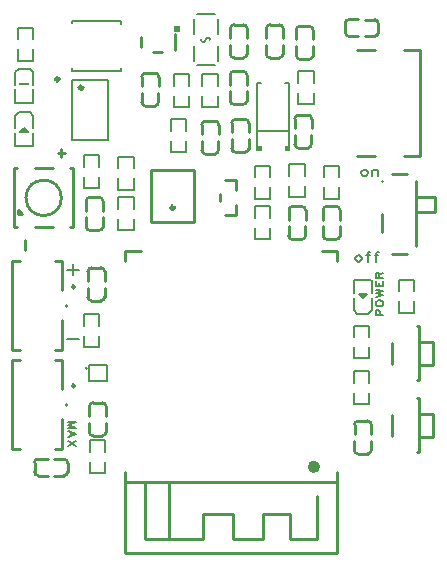
<source format=gto>
G04 Layer: TopSilkscreenLayer*
G04 EasyEDA Pro v2.2.32.3, 2024-12-21 19:23:06*
G04 Gerber Generator version 0.3*
G04 Scale: 100 percent, Rotated: No, Reflected: No*
G04 Dimensions in millimeters*
G04 Leading zeros omitted, absolute positions, 3 integers and 5 decimals*
%FSLAX35Y35*%
%MOMM*%
%ADD10C,0.203*%
%ADD11C,0.1524*%
%ADD12C,0.254*%
%ADD13C,0.15001*%
%ADD14C,0.15199*%
%ADD15C,0.3052*%
%ADD16C,0.3*%
%ADD17C,0.60508*%
G75*


G04 Text Start*
G54D10*
G01X4315460Y-5970524D02*
G01X4416552Y-5970524D01*
G01X4366006Y-5335778D02*
G01X4366006Y-5436870D01*
G01X4315460Y-5386324D02*
G01X4416552Y-5386324D01*
G01X6774180Y-5264150D02*
G01X6766052Y-5268214D01*
G01X6757924Y-5276342D01*
G01X6753860Y-5288534D01*
G01X6753860Y-5296662D01*
G01X6757924Y-5308600D01*
G01X6766052Y-5316728D01*
G01X6774180Y-5320792D01*
G01X6786372Y-5320792D01*
G01X6794500Y-5316728D01*
G01X6802374Y-5308600D01*
G01X6806438Y-5296662D01*
G01X6806438Y-5288534D01*
G01X6802374Y-5276342D01*
G01X6794500Y-5268214D01*
G01X6786372Y-5264150D01*
G01X6774180Y-5264150D01*
G01X6878574Y-5235702D02*
G01X6870446Y-5235702D01*
G01X6862318Y-5239766D01*
G01X6858254Y-5251958D01*
G01X6858254Y-5320792D01*
G01X6846316Y-5264150D02*
G01X6874510Y-5264150D01*
G01X6950710Y-5235702D02*
G01X6942582Y-5235702D01*
G01X6934454Y-5239766D01*
G01X6930390Y-5251958D01*
G01X6930390Y-5320792D01*
G01X6918452Y-5264150D02*
G01X6946646Y-5264150D01*
G01X6824980Y-4540250D02*
G01X6816852Y-4544314D01*
G01X6808724Y-4552442D01*
G01X6804660Y-4564634D01*
G01X6804660Y-4572762D01*
G01X6808724Y-4584700D01*
G01X6816852Y-4592828D01*
G01X6824980Y-4596892D01*
G01X6837172Y-4596892D01*
G01X6845300Y-4592828D01*
G01X6853174Y-4584700D01*
G01X6857238Y-4572762D01*
G01X6857238Y-4564634D01*
G01X6853174Y-4552442D01*
G01X6845300Y-4544314D01*
G01X6837172Y-4540250D01*
G01X6824980Y-4540250D01*
G01X6897116Y-4540250D02*
G01X6897116Y-4596892D01*
G01X6897116Y-4556506D02*
G01X6909054Y-4544314D01*
G01X6917182Y-4540250D01*
G01X6929374Y-4540250D01*
G01X6937502Y-4544314D01*
G01X6941566Y-4556506D01*
G01X6941566Y-4596892D01*
G54D11*
G01X4386834Y-6675120D02*
G01X4321810Y-6675120D01*
G01X4386834Y-6675120D02*
G01X4321810Y-6700012D01*
G01X4386834Y-6724650D02*
G01X4321810Y-6700012D01*
G01X4386834Y-6724650D02*
G01X4321810Y-6724650D01*
G01X4386834Y-6779514D02*
G01X4321810Y-6754876D01*
G01X4386834Y-6779514D02*
G01X4321810Y-6804406D01*
G01X4343654Y-6764020D02*
G01X4343654Y-6795008D01*
G01X4386834Y-6834632D02*
G01X4321810Y-6877812D01*
G01X4386834Y-6877812D02*
G01X4321810Y-6834632D01*
G01X6925645Y-5770880D02*
G01X6990669Y-5770880D01*
G01X6925645Y-5770880D02*
G01X6925645Y-5742940D01*
G01X6928693Y-5733796D01*
G01X6931741Y-5730748D01*
G01X6938091Y-5727446D01*
G01X6947235Y-5727446D01*
G01X6953331Y-5730748D01*
G01X6956633Y-5733796D01*
G01X6959681Y-5742940D01*
G01X6959681Y-5770880D01*
G01X6925645Y-5678678D02*
G01X6928693Y-5685028D01*
G01X6934789Y-5691124D01*
G01X6941139Y-5694172D01*
G01X6950283Y-5697220D01*
G01X6965777Y-5697220D01*
G01X6975175Y-5694172D01*
G01X6981271Y-5691124D01*
G01X6987621Y-5685028D01*
G01X6990669Y-5678678D01*
G01X6990669Y-5666486D01*
G01X6987621Y-5660136D01*
G01X6981271Y-5654040D01*
G01X6975175Y-5650992D01*
G01X6965777Y-5647690D01*
G01X6950283Y-5647690D01*
G01X6941139Y-5650992D01*
G01X6934789Y-5654040D01*
G01X6928693Y-5660136D01*
G01X6925645Y-5666486D01*
G01X6925645Y-5678678D01*
G01X6925645Y-5617464D02*
G01X6990669Y-5602224D01*
G01X6925645Y-5586730D02*
G01X6990669Y-5602224D01*
G01X6925645Y-5586730D02*
G01X6990669Y-5571236D01*
G01X6925645Y-5555742D02*
G01X6990669Y-5571236D01*
G01X6925645Y-5525516D02*
G01X6990669Y-5525516D01*
G01X6925645Y-5525516D02*
G01X6925645Y-5485384D01*
G01X6956633Y-5525516D02*
G01X6956633Y-5500878D01*
G01X6990669Y-5525516D02*
G01X6990669Y-5485384D01*
G01X6925645Y-5455158D02*
G01X6990669Y-5455158D01*
G01X6925645Y-5455158D02*
G01X6925645Y-5427472D01*
G01X6928693Y-5418074D01*
G01X6931741Y-5415026D01*
G01X6938091Y-5411978D01*
G01X6944187Y-5411978D01*
G01X6950283Y-5415026D01*
G01X6953331Y-5418074D01*
G01X6956633Y-5427472D01*
G01X6956633Y-5455158D01*
G01X6956633Y-5433568D02*
G01X6990669Y-5411978D01*
G04 Text End*

G04 PolygonModel Start*
G54D12*
G01X4506623Y-4775898D02*
G01X4586625Y-4775898D01*
G01X4475637Y-4886874D02*
G01X4475637Y-4806876D01*
G01X4617603Y-4886874D02*
G01X4617603Y-4806876D01*
G01X4475056Y-4944463D02*
G01X4475056Y-5024463D01*
G01X4506039Y-5055446D02*
G01X4586036Y-5055446D01*
G01X4617016Y-4944463D02*
G01X4617016Y-5024463D01*
G01X4506039Y-5055451D02*
G02X4475056Y-5024468I0J30983D01*
G01X4617022Y-5024468D02*
G02X4586036Y-5055451I-30983J0D01*
G01X4475637Y-4806881D02*
G02X4506623Y-4775898I30983J0D01*
G01X4586620Y-4775898D02*
G02X4617603Y-4806881I0J-30983D01*
G01X5484523Y-4128198D02*
G01X5564525Y-4128198D01*
G01X5453537Y-4239174D02*
G01X5453537Y-4159176D01*
G01X5595503Y-4239174D02*
G01X5595503Y-4159176D01*
G01X5452956Y-4296763D02*
G01X5452956Y-4376763D01*
G01X5483939Y-4407746D02*
G01X5563936Y-4407746D01*
G01X5594916Y-4296763D02*
G01X5594916Y-4376763D01*
G01X5483939Y-4407751D02*
G02X5452956Y-4376768I0J30983D01*
G01X5594922Y-4376768D02*
G02X5563936Y-4407751I-30983J0D01*
G01X5453537Y-4159181D02*
G02X5484523Y-4128198I30983J0D01*
G01X5564520Y-4128198D02*
G02X5595503Y-4159181I0J-30983D01*
G54D13*
G01X3917348Y-4225742D02*
G01X3917348Y-4224746D01*
G01X3917348Y-4224746D02*
G01X3950353Y-4191742D01*
G01X3985351Y-4225742D02*
G01X3984353Y-4225742D01*
G01X3984353Y-4225742D02*
G01X3950353Y-4191742D01*
G01X3985351Y-4225742D02*
G01X3917348Y-4225742D01*
G01X4025359Y-4227746D02*
G01X4025359Y-4342747D01*
G01X3875347Y-4227746D02*
G01X3875347Y-4342747D01*
G01X4025349Y-4342747D02*
G01X3877356Y-4342747D01*
G01X3875115Y-4189745D02*
G01X3875115Y-4084734D01*
G01X3915123Y-4054739D02*
G01X3905120Y-4054739D01*
G01X3905120Y-4054739D02*
G01X3875115Y-4084734D01*
G01X3985118Y-4054739D02*
G01X3915123Y-4054739D01*
G01X3985118Y-4054739D02*
G01X3995133Y-4054739D01*
G01X3995133Y-4054739D02*
G01X4025128Y-4084734D01*
G01X4025128Y-4189745D02*
G01X4025128Y-4084734D01*
G01X3950353Y-4225742D02*
G01X3950353Y-4191742D01*
G54D11*
G01X4879360Y-4872279D02*
G01X4879360Y-4776391D01*
G01X4879360Y-4776391D02*
G01X4747240Y-4776391D01*
G01X4747240Y-4776391D02*
G01X4747240Y-4872279D01*
G01X4879360Y-4957521D02*
G01X4879360Y-5053409D01*
G01X4879360Y-5053409D02*
G01X4747240Y-5053409D01*
G01X4747240Y-5053409D02*
G01X4747240Y-4957521D01*
G01X3896340Y-3522421D02*
G01X3896340Y-3618309D01*
G01X3896340Y-3618309D02*
G01X4028460Y-3618309D01*
G01X4028460Y-3618309D02*
G01X4028460Y-3522421D01*
G01X3896340Y-3437179D02*
G01X3896340Y-3341291D01*
G01X3896340Y-3341291D02*
G01X4028460Y-3341291D01*
G01X4028460Y-3341291D02*
G01X4028460Y-3437179D01*
G01X4587260Y-4516679D02*
G01X4587260Y-4420791D01*
G01X4587260Y-4420791D02*
G01X4455140Y-4420791D01*
G01X4455140Y-4420791D02*
G01X4455140Y-4516679D01*
G01X4587260Y-4601921D02*
G01X4587260Y-4697809D01*
G01X4587260Y-4697809D02*
G01X4455140Y-4697809D01*
G01X4455140Y-4697809D02*
G01X4455140Y-4601921D01*
G54D13*
G01X4025356Y-3859444D02*
G01X4025356Y-3974450D01*
G01X3875344Y-3859444D02*
G01X3875344Y-3974450D01*
G01X4025351Y-3974450D02*
G01X3877353Y-3974450D01*
G01X3875115Y-3821443D02*
G01X3875115Y-3716431D01*
G01X3915126Y-3686437D02*
G01X3905123Y-3686437D01*
G01X3905123Y-3686437D02*
G01X3875115Y-3716431D01*
G01X3985118Y-3686437D02*
G01X3915126Y-3686437D01*
G01X3985118Y-3686437D02*
G01X3995133Y-3686437D01*
G01X3995133Y-3686437D02*
G01X4025128Y-3716431D01*
G01X4025128Y-3821443D02*
G01X4025128Y-3716431D01*
G36*
G01X3989697Y-3805410D02*
G01X3909698Y-3805410D01*
G01X3909698Y-3825405D01*
G01X3989697Y-3825405D01*
G01X3989697Y-3805410D01*
G37*
G54D12*
G01X3917892Y-6064608D02*
G01X3848105Y-6064608D01*
G01X3848105Y-6064608D02*
G01X3848105Y-5314607D01*
G01X3917887Y-5314607D02*
G01X3848105Y-5314607D01*
G01X4214119Y-6064608D02*
G01X4271007Y-6064608D01*
G01X4271005Y-5314607D02*
G01X4214114Y-5314607D01*
G01X4271007Y-5816605D02*
G01X4271007Y-6064606D01*
G01X4271005Y-5314607D02*
G01X4271005Y-5562605D01*
G01X4303301Y-5685234D02*
G01X4303301Y-5693994D01*
G54D11*
G01X4356359Y-3785979D02*
G01X4660641Y-3785979D01*
G01X4660641Y-3785979D02*
G01X4660641Y-4291221D01*
G01X4660641Y-4291221D02*
G01X4356359Y-4291221D01*
G01X4356359Y-4291221D02*
G01X4356359Y-3785979D01*
G54D12*
G01X4976523Y-3721798D02*
G01X5056525Y-3721798D01*
G01X4945537Y-3832774D02*
G01X4945537Y-3752776D01*
G01X5087503Y-3832774D02*
G01X5087503Y-3752776D01*
G01X4944956Y-3890363D02*
G01X4944956Y-3970363D01*
G01X4975939Y-4001346D02*
G01X5055936Y-4001346D01*
G01X5086916Y-3890363D02*
G01X5086916Y-3970363D01*
G01X4975939Y-4001351D02*
G02X4944956Y-3970368I0J30983D01*
G01X5086922Y-3970368D02*
G02X5055936Y-4001351I-30983J0D01*
G01X4945537Y-3752781D02*
G02X4976523Y-3721798I30983J0D01*
G01X5056520Y-3721798D02*
G02X5087503Y-3752781I0J-30983D01*
G01X6110577Y-3593401D02*
G01X6030575Y-3593401D01*
G01X6141563Y-3482426D02*
G01X6141563Y-3562424D01*
G01X5999597Y-3482426D02*
G01X5999597Y-3562424D01*
G01X6142144Y-3424837D02*
G01X6142144Y-3344837D01*
G01X6111161Y-3313854D02*
G01X6031164Y-3313854D01*
G01X6000184Y-3424837D02*
G01X6000184Y-3344837D01*
G01X6111161Y-3313849D02*
G02X6142144Y-3344832I0J-30983D01*
G01X6000179Y-3344832D02*
G02X6031164Y-3313849I30983J0D01*
G01X6141563Y-3562419D02*
G02X6110577Y-3593401I-30983J0D01*
G01X6030580Y-3593401D02*
G02X5999597Y-3562419I0J30983D01*
G01X6364577Y-3606101D02*
G01X6284575Y-3606101D01*
G01X6395563Y-3495126D02*
G01X6395563Y-3575124D01*
G01X6253597Y-3495126D02*
G01X6253597Y-3575124D01*
G01X6396144Y-3437537D02*
G01X6396144Y-3357537D01*
G01X6365161Y-3326554D02*
G01X6285164Y-3326554D01*
G01X6254184Y-3437537D02*
G01X6254184Y-3357537D01*
G01X6365161Y-3326549D02*
G02X6396144Y-3357532I0J-30983D01*
G01X6254179Y-3357532D02*
G02X6285164Y-3326549I30983J0D01*
G01X6395563Y-3575119D02*
G02X6364577Y-3606101I-30983J0D01*
G01X6284580Y-3606101D02*
G02X6253597Y-3575119I0J30983D01*
G01X5725823Y-3709098D02*
G01X5805825Y-3709098D01*
G01X5694837Y-3820074D02*
G01X5694837Y-3740076D01*
G01X5836803Y-3820074D02*
G01X5836803Y-3740076D01*
G01X5694256Y-3877663D02*
G01X5694256Y-3957663D01*
G01X5725239Y-3988646D02*
G01X5805236Y-3988646D01*
G01X5836216Y-3877663D02*
G01X5836216Y-3957663D01*
G01X5725239Y-3988651D02*
G02X5694256Y-3957668I0J30983D01*
G01X5836222Y-3957668D02*
G02X5805236Y-3988651I-30983J0D01*
G01X5694837Y-3740081D02*
G02X5725823Y-3709098I30983J0D01*
G01X5805820Y-3709098D02*
G02X5836803Y-3740081I0J-30983D01*
G01X6668199Y-3380077D02*
G01X6668199Y-3300075D01*
G01X6779174Y-3411063D02*
G01X6699176Y-3411063D01*
G01X6779174Y-3269097D02*
G01X6699176Y-3269097D01*
G01X6836763Y-3411644D02*
G01X6916763Y-3411644D01*
G01X6947746Y-3380661D02*
G01X6947746Y-3300664D01*
G01X6836763Y-3269684D02*
G01X6916763Y-3269684D01*
G01X6947751Y-3380661D02*
G02X6916768Y-3411644I-30983J0D01*
G01X6916768Y-3269678D02*
G02X6947751Y-3300664I0J-30983D01*
G01X6699181Y-3411063D02*
G02X6668199Y-3380077I0J30983D01*
G01X6668199Y-3300080D02*
G02X6699181Y-3269097I30983J0D01*
G54D14*
G01X5410200Y-3657600D02*
G01X5562600Y-3657600D01*
G01X5410200Y-3225800D02*
G01X5562600Y-3225800D01*
G54D11*
G01X5384800Y-3263900D02*
G01X5384800Y-3390900D01*
G01X5384800Y-3619500D02*
G01X5384800Y-3496160D01*
G01X5588000Y-3492500D02*
G01X5588000Y-3619500D01*
G01X5588000Y-3390900D02*
G01X5588000Y-3263900D01*
G54D14*
G01X5486400Y-3441700D02*
G02X5524500Y-3441700I19050J0D01*
G01X5486400Y-3441700D02*
G02X5448300Y-3441700I-19050J0D01*
G54D13*
G01X4766300Y-3303501D02*
G01X4766300Y-3282881D01*
G01X4766300Y-3282881D02*
G01X4351056Y-3282881D01*
G01X4351056Y-3282881D02*
G01X4351299Y-3302500D01*
G01X4352300Y-3682500D02*
G01X4352290Y-3702050D01*
G01X4352290Y-3702050D02*
G01X4767580Y-3702050D01*
G01X4767580Y-3702050D02*
G01X4767301Y-3680501D01*
G54D11*
G01X5217140Y-3916121D02*
G01X5217140Y-4012009D01*
G01X5217140Y-4012009D02*
G01X5349260Y-4012009D01*
G01X5349260Y-4012009D02*
G01X5349260Y-3916121D01*
G01X5217140Y-3830879D02*
G01X5217140Y-3734991D01*
G01X5217140Y-3734991D02*
G01X5349260Y-3734991D01*
G01X5349260Y-3734991D02*
G01X5349260Y-3830879D01*
G01X6271240Y-3890721D02*
G01X6271240Y-3986609D01*
G01X6271240Y-3986609D02*
G01X6403360Y-3986609D01*
G01X6403360Y-3986609D02*
G01X6403360Y-3890721D01*
G01X6271240Y-3805479D02*
G01X6271240Y-3709591D01*
G01X6271240Y-3709591D02*
G01X6403360Y-3709591D01*
G01X6403360Y-3709591D02*
G01X6403360Y-3805479D01*
G01X5590560Y-3830879D02*
G01X5590560Y-3734991D01*
G01X5590560Y-3734991D02*
G01X5458440Y-3734991D01*
G01X5458440Y-3734991D02*
G01X5458440Y-3830879D01*
G01X5590560Y-3916121D02*
G01X5590560Y-4012009D01*
G01X5590560Y-4012009D02*
G01X5458440Y-4012009D01*
G01X5458440Y-4012009D02*
G01X5458440Y-3916121D01*
G54D12*
G01X5227548Y-3529102D02*
G01X5227548Y-3389402D01*
G01X4935448Y-3501492D02*
G01X4935448Y-3417014D01*
G01X5113248Y-3548152D02*
G01X5037048Y-3548152D01*
G01X6221123Y-4852098D02*
G01X6301125Y-4852098D01*
G01X6190137Y-4963074D02*
G01X6190137Y-4883076D01*
G01X6332103Y-4963074D02*
G01X6332103Y-4883076D01*
G01X6189556Y-5020663D02*
G01X6189556Y-5100663D01*
G01X6220539Y-5131646D02*
G01X6300536Y-5131646D01*
G01X6331516Y-5020663D02*
G01X6331516Y-5100663D01*
G01X6220539Y-5131651D02*
G02X6189556Y-5100668I0J30983D01*
G01X6331522Y-5100668D02*
G02X6300536Y-5131651I-30983J0D01*
G01X6190137Y-4883081D02*
G02X6221123Y-4852098I30983J0D01*
G01X6301120Y-4852098D02*
G02X6332103Y-4883081I0J-30983D01*
G01X6513223Y-4852098D02*
G01X6593225Y-4852098D01*
G01X6482237Y-4963074D02*
G01X6482237Y-4883076D01*
G01X6624203Y-4963074D02*
G01X6624203Y-4883076D01*
G01X6481656Y-5020663D02*
G01X6481656Y-5100663D01*
G01X6512639Y-5131646D02*
G01X6592636Y-5131646D01*
G01X6623616Y-5020663D02*
G01X6623616Y-5100663D01*
G01X6512639Y-5131651D02*
G02X6481656Y-5100668I0J30983D01*
G01X6623622Y-5100668D02*
G02X6592636Y-5131651I-30983J0D01*
G01X6482237Y-4883081D02*
G02X6513223Y-4852098I30983J0D01*
G01X6593220Y-4852098D02*
G02X6624203Y-4883081I0J-30983D01*
G54D11*
G01X5921527Y-4346819D02*
G01X5921527Y-3806586D01*
G01X6194268Y-4346819D02*
G01X6194268Y-3806586D01*
G01X5921527Y-4210599D02*
G01X6194268Y-4210599D01*
G01X5921527Y-3806586D02*
G01X5956577Y-3806586D01*
G01X6194268Y-3806586D02*
G01X6159218Y-3806586D01*
G36*
G01X6201890Y-4339199D02*
G01X6154141Y-4339199D01*
G01X6154141Y-4384919D01*
G01X6201890Y-4384919D01*
G01X6201890Y-4339199D01*
G37*
G36*
G01X5913910Y-4339199D02*
G01X5961659Y-4339199D01*
G01X5961659Y-4384919D01*
G01X5913910Y-4384919D01*
G01X5913910Y-4339199D01*
G37*
G54D12*
G01X5746900Y-4838799D02*
G01X5746900Y-4925200D01*
G01X5746900Y-4925200D02*
G01X5646898Y-4925200D01*
G01X5606900Y-4743803D02*
G01X5606900Y-4806597D01*
G01X5746900Y-4625200D02*
G01X5746900Y-4711601D01*
G01X5746900Y-4625200D02*
G01X5646898Y-4625200D01*
G54D11*
G01X4879360Y-4529379D02*
G01X4879360Y-4433491D01*
G01X4879360Y-4433491D02*
G01X4747240Y-4433491D01*
G01X4747240Y-4433491D02*
G01X4747240Y-4529379D01*
G01X4879360Y-4614621D02*
G01X4879360Y-4710509D01*
G01X4879360Y-4710509D02*
G01X4747240Y-4710509D01*
G01X4747240Y-4710509D02*
G01X4747240Y-4614621D01*
G01X4638060Y-6929679D02*
G01X4638060Y-6833791D01*
G01X4638060Y-6833791D02*
G01X4505940Y-6833791D01*
G01X4505940Y-6833791D02*
G01X4505940Y-6929679D01*
G01X4638060Y-7014921D02*
G01X4638060Y-7110809D01*
G01X4638060Y-7110809D02*
G01X4505940Y-7110809D01*
G01X4505940Y-7110809D02*
G01X4505940Y-7014921D01*
G54D12*
G01X5805777Y-3593401D02*
G01X5725775Y-3593401D01*
G01X5836763Y-3482426D02*
G01X5836763Y-3562424D01*
G01X5694797Y-3482426D02*
G01X5694797Y-3562424D01*
G01X5837344Y-3424837D02*
G01X5837344Y-3344837D01*
G01X5806361Y-3313854D02*
G01X5726364Y-3313854D01*
G01X5695384Y-3424837D02*
G01X5695384Y-3344837D01*
G01X5806361Y-3313849D02*
G02X5837344Y-3344832I0J-30983D01*
G01X5695379Y-3344832D02*
G02X5726364Y-3313849I30983J0D01*
G01X5836763Y-3562419D02*
G02X5805777Y-3593401I-30983J0D01*
G01X5725780Y-3593401D02*
G02X5694797Y-3562419I0J30983D01*
G01X6271923Y-4077398D02*
G01X6351925Y-4077398D01*
G01X6240937Y-4188374D02*
G01X6240937Y-4108376D01*
G01X6382903Y-4188374D02*
G01X6382903Y-4108376D01*
G01X6240356Y-4245963D02*
G01X6240356Y-4325963D01*
G01X6271339Y-4356946D02*
G01X6351336Y-4356946D01*
G01X6382316Y-4245963D02*
G01X6382316Y-4325963D01*
G01X6271339Y-4356951D02*
G02X6240356Y-4325968I0J30983D01*
G01X6382322Y-4325968D02*
G02X6351336Y-4356951I-30983J0D01*
G01X6240937Y-4108381D02*
G02X6271923Y-4077398I30983J0D01*
G01X6351920Y-4077398D02*
G02X6382903Y-4108381I0J-30983D01*
G54D11*
G01X5902940Y-5033721D02*
G01X5902940Y-5129609D01*
G01X5902940Y-5129609D02*
G01X6035060Y-5129609D01*
G01X6035060Y-5129609D02*
G01X6035060Y-5033721D01*
G01X5902940Y-4948479D02*
G01X5902940Y-4852591D01*
G01X5902940Y-4852591D02*
G01X6035060Y-4852591D01*
G01X6035060Y-4852591D02*
G01X6035060Y-4948479D01*
G01X6035060Y-4605579D02*
G01X6035060Y-4509691D01*
G01X6035060Y-4509691D02*
G01X5902940Y-4509691D01*
G01X5902940Y-4509691D02*
G01X5902940Y-4605579D01*
G01X6035060Y-4690821D02*
G01X6035060Y-4786709D01*
G01X6035060Y-4786709D02*
G01X5902940Y-4786709D01*
G01X5902940Y-4786709D02*
G01X5902940Y-4690821D01*
G01X5191740Y-4297121D02*
G01X5191740Y-4393009D01*
G01X5191740Y-4393009D02*
G01X5323860Y-4393009D01*
G01X5323860Y-4393009D02*
G01X5323860Y-4297121D01*
G01X5191740Y-4211879D02*
G01X5191740Y-4115991D01*
G01X5191740Y-4115991D02*
G01X5323860Y-4115991D01*
G01X5323860Y-4115991D02*
G01X5323860Y-4211879D01*
G54D12*
G01X4599277Y-5650801D02*
G01X4519275Y-5650801D01*
G01X4630263Y-5539826D02*
G01X4630263Y-5619824D01*
G01X4488297Y-5539826D02*
G01X4488297Y-5619824D01*
G01X4630844Y-5482237D02*
G01X4630844Y-5402237D01*
G01X4599861Y-5371254D02*
G01X4519864Y-5371254D01*
G01X4488884Y-5482237D02*
G01X4488884Y-5402237D01*
G01X4599861Y-5371249D02*
G02X4630844Y-5402232I0J-30983D01*
G01X4488879Y-5402232D02*
G02X4519864Y-5371249I30983J0D01*
G01X4630263Y-5619819D02*
G02X4599277Y-5650801I-30983J0D01*
G01X4519280Y-5650801D02*
G02X4488297Y-5619819I0J30983D01*
G01X5818477Y-4393501D02*
G01X5738475Y-4393501D01*
G01X5849463Y-4282526D02*
G01X5849463Y-4362524D01*
G01X5707497Y-4282526D02*
G01X5707497Y-4362524D01*
G01X5850044Y-4224937D02*
G01X5850044Y-4144937D01*
G01X5819061Y-4113954D02*
G01X5739064Y-4113954D01*
G01X5708084Y-4224937D02*
G01X5708084Y-4144937D01*
G01X5819061Y-4113949D02*
G02X5850044Y-4144932I0J-30983D01*
G01X5708079Y-4144932D02*
G02X5739064Y-4113949I30983J0D01*
G01X5849463Y-4362519D02*
G02X5818477Y-4393501I-30983J0D01*
G01X5738480Y-4393501D02*
G02X5707497Y-4362519I0J30983D01*
G01X4611977Y-6793801D02*
G01X4531975Y-6793801D01*
G01X4642963Y-6682826D02*
G01X4642963Y-6762824D01*
G01X4500997Y-6682826D02*
G01X4500997Y-6762824D01*
G01X4643544Y-6625237D02*
G01X4643544Y-6545237D01*
G01X4612561Y-6514254D02*
G01X4532564Y-6514254D01*
G01X4501584Y-6625237D02*
G01X4501584Y-6545237D01*
G01X4612561Y-6514249D02*
G02X4643544Y-6545232I0J-30983D01*
G01X4501579Y-6545232D02*
G02X4532564Y-6514249I30983J0D01*
G01X4642963Y-6762819D02*
G02X4611977Y-6793801I-30983J0D01*
G01X4531980Y-6793801D02*
G02X4500997Y-6762819I0J30983D01*
G01X4317302Y-7021223D02*
G01X4317302Y-7101225D01*
G01X4206326Y-6990237D02*
G01X4286324Y-6990237D01*
G01X4206326Y-7132203D02*
G01X4286324Y-7132203D01*
G01X4148737Y-6989656D02*
G01X4068737Y-6989656D01*
G01X4037754Y-7020639D02*
G01X4037754Y-7100636D01*
G01X4148737Y-7131616D02*
G01X4068737Y-7131616D01*
G01X4037749Y-7020639D02*
G02X4068732Y-6989656I30983J0D01*
G01X4068732Y-7131621D02*
G02X4037749Y-7100636I0J30983D01*
G01X4286319Y-6990237D02*
G02X4317302Y-7021223I0J-30983D01*
G01X4317302Y-7101220D02*
G02X4286319Y-7132203I-30983J0D01*
G54D11*
G01X4455140Y-5948121D02*
G01X4455140Y-6044009D01*
G01X4455140Y-6044009D02*
G01X4587260Y-6044009D01*
G01X4587260Y-6044009D02*
G01X4587260Y-5948121D01*
G01X4455140Y-5862879D02*
G01X4455140Y-5766991D01*
G01X4455140Y-5766991D02*
G01X4587260Y-5766991D01*
G01X4587260Y-5766991D02*
G01X4587260Y-5862879D01*
G54D13*
G01X4496996Y-6331105D02*
G01X4647004Y-6331105D01*
G01X4647004Y-6191100D02*
G01X4647004Y-6331105D01*
G01X4496996Y-6191100D02*
G01X4496996Y-6331105D01*
G01X4496996Y-6191100D02*
G01X4647004Y-6191100D01*
G54D12*
G01X3917892Y-6902808D02*
G01X3848105Y-6902808D01*
G01X3848105Y-6902808D02*
G01X3848105Y-6152807D01*
G01X3917887Y-6152807D02*
G01X3848105Y-6152807D01*
G01X4214119Y-6902808D02*
G01X4271007Y-6902808D01*
G01X4271005Y-6152807D02*
G01X4214114Y-6152807D01*
G01X4271007Y-6654805D02*
G01X4271007Y-6902806D01*
G01X4271005Y-6152807D02*
G01X4271005Y-6400805D01*
G01X4303301Y-6523434D02*
G01X4303301Y-6532194D01*
G54D11*
G01X6327160Y-4592879D02*
G01X6327160Y-4496991D01*
G01X6327160Y-4496991D02*
G01X6195040Y-4496991D01*
G01X6195040Y-4496991D02*
G01X6195040Y-4592879D01*
G01X6327160Y-4678121D02*
G01X6327160Y-4774009D01*
G01X6327160Y-4774009D02*
G01X6195040Y-4774009D01*
G01X6195040Y-4774009D02*
G01X6195040Y-4678121D01*
G01X6619260Y-4605579D02*
G01X6619260Y-4509691D01*
G01X6619260Y-4509691D02*
G01X6487140Y-4509691D01*
G01X6487140Y-4509691D02*
G01X6487140Y-4605579D01*
G01X6619260Y-4690821D02*
G01X6619260Y-4786709D01*
G01X6619260Y-4786709D02*
G01X6487140Y-4786709D01*
G01X6487140Y-4786709D02*
G01X6487140Y-4690821D01*
G54D12*
G01X7301989Y-3528108D02*
G01X7301989Y-4422107D01*
G01X7301989Y-4422107D02*
G01X7164261Y-4422107D01*
G01X6919072Y-3528108D02*
G01X6764912Y-3528108D01*
G01X7301989Y-3528108D02*
G01X7164898Y-3528108D01*
G01X6919712Y-4422107D02*
G01X6764279Y-4422107D01*
G01X6777787Y-6668198D02*
G01X6857789Y-6668198D01*
G01X6746801Y-6779174D02*
G01X6746801Y-6699176D01*
G01X6888767Y-6779174D02*
G01X6888767Y-6699176D01*
G01X6746220Y-6836763D02*
G01X6746220Y-6916763D01*
G01X6777203Y-6947746D02*
G01X6857200Y-6947746D01*
G01X6888180Y-6836763D02*
G01X6888180Y-6916763D01*
G01X6777203Y-6947751D02*
G02X6746220Y-6916768I0J30983D01*
G01X6888185Y-6916768D02*
G02X6857200Y-6947751I-30983J0D01*
G01X6746801Y-6699181D02*
G02X6777787Y-6668198I30983J0D01*
G01X6857784Y-6668198D02*
G02X6888767Y-6699181I0J-30983D01*
G01X3954800Y-5219649D02*
G01X3954800Y-5139649D01*
G01X3934790Y-4919574D02*
G01X3894785Y-4919574D01*
G01X3894785Y-4919574D02*
G01X3894798Y-4879574D01*
G01X3894798Y-4879574D02*
G01X3934790Y-4919574D01*
G01X4264800Y-4369651D02*
G01X4264800Y-4429651D01*
G01X4294800Y-4399651D02*
G01X4234800Y-4399651D01*
G01X4364787Y-5029599D02*
G01X4337812Y-5029599D01*
G01X4191762Y-5029599D02*
G01X4037838Y-5029599D01*
G01X3891788Y-5029599D02*
G01X3864788Y-5029599D01*
G01X4364787Y-4529600D02*
G01X4337812Y-4529600D01*
G01X4191762Y-4529600D02*
G01X4037838Y-4529600D01*
G01X3891788Y-4529600D02*
G01X3864788Y-4529600D01*
G01X4364787Y-4529600D02*
G01X4364787Y-5029599D01*
G01X3864788Y-4529600D02*
G01X3864788Y-5029599D01*
G54D13*
G01X6849031Y-5591358D02*
G01X6849031Y-5592354D01*
G01X6849031Y-5592354D02*
G01X6816027Y-5625358D01*
G01X6781028Y-5591358D02*
G01X6782026Y-5591358D01*
G01X6782026Y-5591358D02*
G01X6816027Y-5625358D01*
G01X6781028Y-5591358D02*
G01X6849031Y-5591358D01*
G01X6741020Y-5589354D02*
G01X6741020Y-5474353D01*
G01X6891033Y-5589354D02*
G01X6891033Y-5474353D01*
G01X6741030Y-5474353D02*
G01X6889024Y-5474353D01*
G01X6891264Y-5627355D02*
G01X6891264Y-5732366D01*
G01X6851256Y-5762361D02*
G01X6861259Y-5762361D01*
G01X6861259Y-5762361D02*
G01X6891264Y-5732366D01*
G01X6781262Y-5762361D02*
G01X6851256Y-5762361D01*
G01X6781262Y-5762361D02*
G01X6771246Y-5762361D01*
G01X6771246Y-5762361D02*
G01X6741251Y-5732366D01*
G01X6741251Y-5627355D02*
G01X6741251Y-5732366D01*
G01X6816027Y-5591358D02*
G01X6816027Y-5625358D01*
G54D11*
G01X6873260Y-6345208D02*
G01X6873260Y-6249320D01*
G01X6873260Y-6249320D02*
G01X6741140Y-6249320D01*
G01X6741140Y-6249320D02*
G01X6741140Y-6345208D01*
G01X6873260Y-6430450D02*
G01X6873260Y-6526338D01*
G01X6873260Y-6526338D02*
G01X6741140Y-6526338D01*
G01X6741140Y-6526338D02*
G01X6741140Y-6430450D01*
G01X6873260Y-5956810D02*
G01X6873260Y-5860922D01*
G01X6873260Y-5860922D02*
G01X6741140Y-5860922D01*
G01X6741140Y-5860922D02*
G01X6741140Y-5956810D01*
G01X6873260Y-6042052D02*
G01X6873260Y-6137940D01*
G01X6873260Y-6137940D02*
G01X6741140Y-6137940D01*
G01X6741140Y-6137940D02*
G01X6741140Y-6042052D01*
G01X7122140Y-5656021D02*
G01X7122140Y-5751909D01*
G01X7122140Y-5751909D02*
G01X7254260Y-5751909D01*
G01X7254260Y-5751909D02*
G01X7254260Y-5656021D01*
G01X7122140Y-5570779D02*
G01X7122140Y-5474891D01*
G01X7122140Y-5474891D02*
G01X7254260Y-5474891D01*
G01X7254260Y-5474891D02*
G01X7254260Y-5570779D01*
G54D12*
G01X7426902Y-4899899D02*
G01X7426902Y-4772353D01*
G01X7426902Y-4772353D02*
G01X7266899Y-4772353D01*
G01X7266899Y-4899899D02*
G01X7426902Y-4899899D01*
G01X7068307Y-4574901D02*
G01X7188307Y-4574901D01*
G01X7068307Y-5254899D02*
G01X7188307Y-5254899D01*
G01X7268903Y-5189898D02*
G01X7268903Y-4639897D01*
G01X6978907Y-4638012D02*
G01X6978907Y-4639010D01*
G01X6978907Y-5064900D02*
G01X6978907Y-4914900D01*
G01X7412203Y-6605608D02*
G01X7292205Y-6605608D01*
G01X7412203Y-6605608D02*
G01X7412203Y-6805607D01*
G01X7062208Y-6616708D02*
G01X7062208Y-6794508D01*
G01X7278406Y-6475606D02*
G01X7292205Y-6475606D01*
G01X7292205Y-6475606D02*
G01X7292205Y-6935610D01*
G01X7292205Y-6935610D02*
G01X7278406Y-6935610D01*
G01X7412203Y-6805607D02*
G01X7292205Y-6805607D01*
G01X7412203Y-5996008D02*
G01X7292205Y-5996008D01*
G01X7412203Y-5996008D02*
G01X7412203Y-6196007D01*
G01X7062208Y-6007108D02*
G01X7062208Y-6184908D01*
G01X7278406Y-5866006D02*
G01X7292205Y-5866006D01*
G01X7292205Y-5866006D02*
G01X7292205Y-6326010D01*
G01X7292205Y-6326010D02*
G01X7278406Y-6326010D01*
G01X7412203Y-6196007D02*
G01X7292205Y-6196007D01*
G01X4972583Y-7182335D02*
G01X4972583Y-7670795D01*
G01X4972583Y-7670795D02*
G01X5196103Y-7670795D01*
G01X5175783Y-7182335D02*
G01X5175783Y-7670795D01*
G01X5175783Y-7670795D02*
G01X5461000Y-7670795D01*
G01X5461000Y-7670795D02*
G01X5461000Y-7454895D01*
G01X5461000Y-7454895D02*
G01X5715000Y-7454895D01*
G01X5715000Y-7454895D02*
G01X5715000Y-7670795D01*
G01X5715000Y-7670795D02*
G01X5969000Y-7670795D01*
G01X5969000Y-7670795D02*
G01X5969000Y-7454895D01*
G01X5969000Y-7454895D02*
G01X6197600Y-7454895D01*
G01X6197600Y-7454895D02*
G01X6197600Y-7670795D01*
G01X6197600Y-7670795D02*
G01X6426200Y-7670795D01*
G01X6426200Y-7670795D02*
G01X6426200Y-7302495D01*
G01X6602301Y-7182335D02*
G01X4800600Y-7182335D01*
G01X4800600Y-7104410D02*
G01X4800600Y-7785095D01*
G01X4935685Y-5232395D02*
G01X4800600Y-5232395D01*
G01X4800600Y-5232395D02*
G01X4800600Y-5317180D01*
G01X6602301Y-5317180D02*
G01X6602301Y-5232395D01*
G01X6602301Y-5232395D02*
G01X6468915Y-5232395D01*
G01X6602301Y-7786296D02*
G01X6602301Y-7104410D01*
G01X4802299Y-7786296D02*
G01X6602301Y-7786296D01*
G36*
G01X6455156Y-7056798D02*
G02X6349441Y-7056798I-52857J0D01*
G02X6455156Y-7056798I52857J0D01*
G37*

G04 Rect Start*
G01X5387000Y-4542498D02*
G01X5387000Y-4982497D01*
G01X5027000Y-4982497D01*
G01X5027000Y-4542498D01*
G01X5387000Y-4542498D01*
G04 Rect End*

G04 Circle Start*
G01X4354106Y-5533199D02*
G03X4379506Y-5533199I12700J0D01*
G03X4354106Y-5533199I-12700J0D01*
G54D16*
G01X4416577Y-3848100D02*
G03X4446600Y-3848100I15011J0D01*
G03X4416577Y-3848100I-15011J0D01*
G01X4216248Y-3773449D02*
G03X4246270Y-3773449I15011J0D01*
G03X4216248Y-3773449I-15011J0D01*
G54D17*
G01X5242560Y-3347720D03*
G54D16*
G01X5192011Y-4862500D02*
G03X5222014Y-4862500I15001J0D01*
G03X5192011Y-4862500I-15001J0D01*
G54D13*
G01X4467946Y-6221085D02*
G03X4482069Y-6221085I7061J0D01*
G03X4467946Y-6221085I-7061J0D01*
G54D12*
G01X4354106Y-6371399D02*
G03X4379506Y-6371399I12700J0D01*
G03X4354106Y-6371399I-12700J0D01*
G01X3964788Y-4779587D02*
G03X4264812Y-4779587I150012J0D01*
G03X3964788Y-4779587I-150012J0D01*
G04 Circle End*

M02*


</source>
